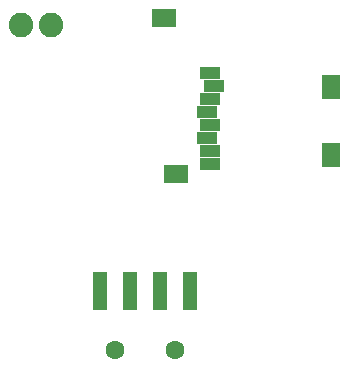
<source format=gbs>
G75*
G70*
%OFA0B0*%
%FSLAX24Y24*%
%IPPOS*%
%LPD*%
%AMOC8*
5,1,8,0,0,1.08239X$1,22.5*
%
%ADD10R,0.0631X0.0789*%
%ADD11R,0.0828X0.0631*%
%ADD12R,0.0671X0.0395*%
%ADD13R,0.0474X0.1261*%
%ADD14C,0.0631*%
%ADD15C,0.0820*%
D10*
X014235Y009479D03*
X014235Y011723D03*
D11*
X009057Y008849D03*
X008664Y014027D03*
D12*
X010180Y012192D03*
X010337Y011759D03*
X010180Y011326D03*
X010101Y010893D03*
X010180Y010460D03*
X010101Y010027D03*
X010180Y009594D03*
X010180Y009160D03*
D13*
X006530Y004948D03*
X007530Y004948D03*
X008530Y004948D03*
X009530Y004948D03*
D14*
X009030Y002979D03*
X007030Y002979D03*
D15*
X004880Y013806D03*
X003880Y013806D03*
M02*

</source>
